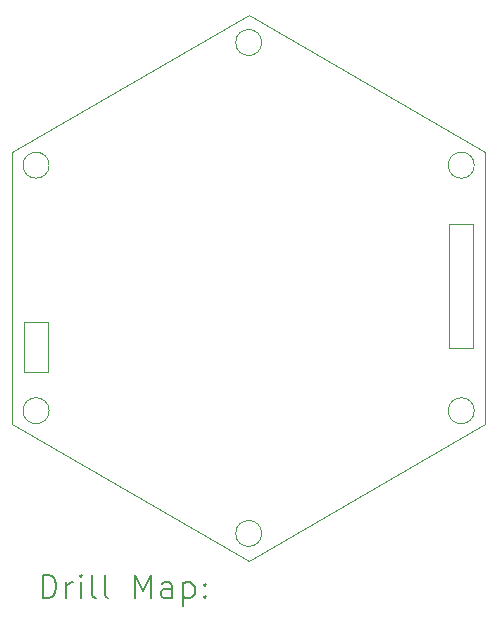
<source format=gbr>
%TF.GenerationSoftware,KiCad,Pcbnew,7.0.5*%
%TF.CreationDate,2024-01-17T11:16:37-05:00*%
%TF.ProjectId,PWR,5057522e-6b69-4636-9164-5f7063625858,rev?*%
%TF.SameCoordinates,Original*%
%TF.FileFunction,Drillmap*%
%TF.FilePolarity,Positive*%
%FSLAX45Y45*%
G04 Gerber Fmt 4.5, Leading zero omitted, Abs format (unit mm)*
G04 Created by KiCad (PCBNEW 7.0.5) date 2024-01-17 11:16:37*
%MOMM*%
%LPD*%
G01*
G04 APERTURE LIST*
%ADD10C,0.100000*%
%ADD11C,0.200000*%
G04 APERTURE END LIST*
D10*
X13010000Y-8501368D02*
G75*
G03*
X13010000Y-8501368I-110000J0D01*
G01*
X16610000Y-8501368D02*
G75*
G03*
X16610000Y-8501368I-110000J0D01*
G01*
X12700000Y-10695299D02*
X14700000Y-11850000D01*
X13010000Y-10579829D02*
G75*
G03*
X13010000Y-10579829I-110000J0D01*
G01*
X14810000Y-11619060D02*
G75*
G03*
X14810000Y-11619060I-110000J0D01*
G01*
X14700000Y-11850000D02*
X16700000Y-10695299D01*
X16400000Y-9000000D02*
X16600000Y-9000000D01*
X16600000Y-10050000D01*
X16400000Y-10050000D01*
X16400000Y-9000000D01*
X16610000Y-10579829D02*
G75*
G03*
X16610000Y-10579829I-110000J0D01*
G01*
X16700000Y-10695299D02*
X16700000Y-8385898D01*
X16700000Y-8385898D02*
X14700000Y-7231198D01*
X12700000Y-8385898D02*
X12700000Y-10695299D01*
X14700000Y-7231198D02*
X12700000Y-8385898D01*
X12800000Y-9830000D02*
X13000000Y-9830000D01*
X13000000Y-10250000D01*
X12800000Y-10250000D01*
X12800000Y-9830000D01*
X14810000Y-7462138D02*
G75*
G03*
X14810000Y-7462138I-110000J0D01*
G01*
D11*
X12955777Y-12166484D02*
X12955777Y-11966484D01*
X12955777Y-11966484D02*
X13003396Y-11966484D01*
X13003396Y-11966484D02*
X13031967Y-11976008D01*
X13031967Y-11976008D02*
X13051015Y-11995055D01*
X13051015Y-11995055D02*
X13060539Y-12014103D01*
X13060539Y-12014103D02*
X13070062Y-12052198D01*
X13070062Y-12052198D02*
X13070062Y-12080769D01*
X13070062Y-12080769D02*
X13060539Y-12118865D01*
X13060539Y-12118865D02*
X13051015Y-12137912D01*
X13051015Y-12137912D02*
X13031967Y-12156960D01*
X13031967Y-12156960D02*
X13003396Y-12166484D01*
X13003396Y-12166484D02*
X12955777Y-12166484D01*
X13155777Y-12166484D02*
X13155777Y-12033150D01*
X13155777Y-12071246D02*
X13165301Y-12052198D01*
X13165301Y-12052198D02*
X13174824Y-12042674D01*
X13174824Y-12042674D02*
X13193872Y-12033150D01*
X13193872Y-12033150D02*
X13212920Y-12033150D01*
X13279586Y-12166484D02*
X13279586Y-12033150D01*
X13279586Y-11966484D02*
X13270062Y-11976008D01*
X13270062Y-11976008D02*
X13279586Y-11985531D01*
X13279586Y-11985531D02*
X13289110Y-11976008D01*
X13289110Y-11976008D02*
X13279586Y-11966484D01*
X13279586Y-11966484D02*
X13279586Y-11985531D01*
X13403396Y-12166484D02*
X13384348Y-12156960D01*
X13384348Y-12156960D02*
X13374824Y-12137912D01*
X13374824Y-12137912D02*
X13374824Y-11966484D01*
X13508158Y-12166484D02*
X13489110Y-12156960D01*
X13489110Y-12156960D02*
X13479586Y-12137912D01*
X13479586Y-12137912D02*
X13479586Y-11966484D01*
X13736729Y-12166484D02*
X13736729Y-11966484D01*
X13736729Y-11966484D02*
X13803396Y-12109341D01*
X13803396Y-12109341D02*
X13870062Y-11966484D01*
X13870062Y-11966484D02*
X13870062Y-12166484D01*
X14051015Y-12166484D02*
X14051015Y-12061722D01*
X14051015Y-12061722D02*
X14041491Y-12042674D01*
X14041491Y-12042674D02*
X14022443Y-12033150D01*
X14022443Y-12033150D02*
X13984348Y-12033150D01*
X13984348Y-12033150D02*
X13965301Y-12042674D01*
X14051015Y-12156960D02*
X14031967Y-12166484D01*
X14031967Y-12166484D02*
X13984348Y-12166484D01*
X13984348Y-12166484D02*
X13965301Y-12156960D01*
X13965301Y-12156960D02*
X13955777Y-12137912D01*
X13955777Y-12137912D02*
X13955777Y-12118865D01*
X13955777Y-12118865D02*
X13965301Y-12099817D01*
X13965301Y-12099817D02*
X13984348Y-12090293D01*
X13984348Y-12090293D02*
X14031967Y-12090293D01*
X14031967Y-12090293D02*
X14051015Y-12080769D01*
X14146253Y-12033150D02*
X14146253Y-12233150D01*
X14146253Y-12042674D02*
X14165301Y-12033150D01*
X14165301Y-12033150D02*
X14203396Y-12033150D01*
X14203396Y-12033150D02*
X14222443Y-12042674D01*
X14222443Y-12042674D02*
X14231967Y-12052198D01*
X14231967Y-12052198D02*
X14241491Y-12071246D01*
X14241491Y-12071246D02*
X14241491Y-12128388D01*
X14241491Y-12128388D02*
X14231967Y-12147436D01*
X14231967Y-12147436D02*
X14222443Y-12156960D01*
X14222443Y-12156960D02*
X14203396Y-12166484D01*
X14203396Y-12166484D02*
X14165301Y-12166484D01*
X14165301Y-12166484D02*
X14146253Y-12156960D01*
X14327205Y-12147436D02*
X14336729Y-12156960D01*
X14336729Y-12156960D02*
X14327205Y-12166484D01*
X14327205Y-12166484D02*
X14317682Y-12156960D01*
X14317682Y-12156960D02*
X14327205Y-12147436D01*
X14327205Y-12147436D02*
X14327205Y-12166484D01*
X14327205Y-12042674D02*
X14336729Y-12052198D01*
X14336729Y-12052198D02*
X14327205Y-12061722D01*
X14327205Y-12061722D02*
X14317682Y-12052198D01*
X14317682Y-12052198D02*
X14327205Y-12042674D01*
X14327205Y-12042674D02*
X14327205Y-12061722D01*
M02*

</source>
